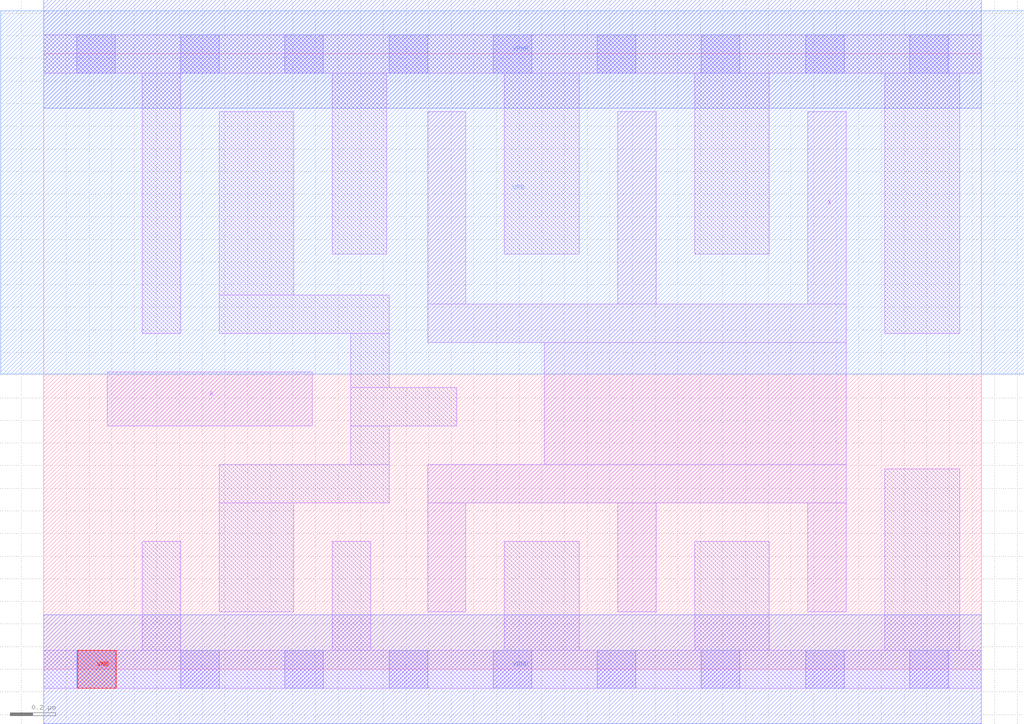
<source format=lef>
# Copyright 2020 The SkyWater PDK Authors
#
# Licensed under the Apache License, Version 2.0 (the "License");
# you may not use this file except in compliance with the License.
# You may obtain a copy of the License at
#
#     https://www.apache.org/licenses/LICENSE-2.0
#
# Unless required by applicable law or agreed to in writing, software
# distributed under the License is distributed on an "AS IS" BASIS,
# WITHOUT WARRANTIES OR CONDITIONS OF ANY KIND, either express or implied.
# See the License for the specific language governing permissions and
# limitations under the License.
#
# SPDX-License-Identifier: Apache-2.0

VERSION 5.7 ;
  NOWIREEXTENSIONATPIN ON ;
  DIVIDERCHAR "/" ;
  BUSBITCHARS "[]" ;
MACRO sky130_fd_sc_hd__buf_6
  CLASS CORE ;
  FOREIGN sky130_fd_sc_hd__buf_6 ;
  ORIGIN  0.000000  0.000000 ;
  SIZE  4.140000 BY  2.720000 ;
  SYMMETRY X Y R90 ;
  SITE unithd ;
  PIN A
    ANTENNAGATEAREA  0.495000 ;
    DIRECTION INPUT ;
    USE SIGNAL ;
    PORT
      LAYER li1 ;
        RECT 0.280000 1.075000 1.185000 1.315000 ;
    END
  END A
  PIN X
    ANTENNADIFFAREA  1.336500 ;
    DIRECTION OUTPUT ;
    USE SIGNAL ;
    PORT
      LAYER li1 ;
        RECT 1.695000 0.255000 1.865000 0.735000 ;
        RECT 1.695000 0.735000 3.545000 0.905000 ;
        RECT 1.695000 1.445000 3.545000 1.615000 ;
        RECT 1.695000 1.615000 1.865000 2.465000 ;
        RECT 2.210000 0.905000 3.545000 1.445000 ;
        RECT 2.535000 0.255000 2.705000 0.735000 ;
        RECT 2.535000 1.615000 2.705000 2.465000 ;
        RECT 3.375000 0.255000 3.545000 0.735000 ;
        RECT 3.375000 1.615000 3.545000 2.465000 ;
    END
  END X
  PIN VGND
    DIRECTION INOUT ;
    SHAPE ABUTMENT ;
    USE GROUND ;
    PORT
      LAYER met1 ;
        RECT 0.000000 -0.240000 4.140000 0.240000 ;
    END
  END VGND
  PIN VNB
    DIRECTION INOUT ;
    USE GROUND ;
    PORT
      LAYER pwell ;
        RECT 0.150000 -0.085000 0.320000 0.085000 ;
    END
  END VNB
  PIN VPB
    DIRECTION INOUT ;
    USE POWER ;
    PORT
      LAYER nwell ;
        RECT -0.190000 1.305000 4.330000 2.910000 ;
    END
  END VPB
  PIN VPWR
    DIRECTION INOUT ;
    SHAPE ABUTMENT ;
    USE POWER ;
    PORT
      LAYER met1 ;
        RECT 0.000000 2.480000 4.140000 2.960000 ;
    END
  END VPWR
  OBS
    LAYER li1 ;
      RECT 0.000000 -0.085000 4.140000 0.085000 ;
      RECT 0.000000  2.635000 4.140000 2.805000 ;
      RECT 0.435000  0.085000 0.605000 0.565000 ;
      RECT 0.435000  1.485000 0.605000 2.635000 ;
      RECT 0.775000  0.255000 1.105000 0.735000 ;
      RECT 0.775000  0.735000 1.525000 0.905000 ;
      RECT 0.775000  1.485000 1.525000 1.655000 ;
      RECT 0.775000  1.655000 1.105000 2.465000 ;
      RECT 1.275000  0.085000 1.445000 0.565000 ;
      RECT 1.275000  1.835000 1.515000 2.635000 ;
      RECT 1.355000  0.905000 1.525000 1.075000 ;
      RECT 1.355000  1.075000 1.825000 1.245000 ;
      RECT 1.355000  1.245000 1.525000 1.485000 ;
      RECT 2.035000  0.085000 2.365000 0.565000 ;
      RECT 2.035000  1.835000 2.365000 2.635000 ;
      RECT 2.875000  0.085000 3.205000 0.565000 ;
      RECT 2.875000  1.835000 3.205000 2.635000 ;
      RECT 3.715000  0.085000 4.045000 0.885000 ;
      RECT 3.715000  1.485000 4.045000 2.635000 ;
    LAYER mcon ;
      RECT 0.145000 -0.085000 0.315000 0.085000 ;
      RECT 0.145000  2.635000 0.315000 2.805000 ;
      RECT 0.605000 -0.085000 0.775000 0.085000 ;
      RECT 0.605000  2.635000 0.775000 2.805000 ;
      RECT 1.065000 -0.085000 1.235000 0.085000 ;
      RECT 1.065000  2.635000 1.235000 2.805000 ;
      RECT 1.525000 -0.085000 1.695000 0.085000 ;
      RECT 1.525000  2.635000 1.695000 2.805000 ;
      RECT 1.985000 -0.085000 2.155000 0.085000 ;
      RECT 1.985000  2.635000 2.155000 2.805000 ;
      RECT 2.445000 -0.085000 2.615000 0.085000 ;
      RECT 2.445000  2.635000 2.615000 2.805000 ;
      RECT 2.905000 -0.085000 3.075000 0.085000 ;
      RECT 2.905000  2.635000 3.075000 2.805000 ;
      RECT 3.365000 -0.085000 3.535000 0.085000 ;
      RECT 3.365000  2.635000 3.535000 2.805000 ;
      RECT 3.825000 -0.085000 3.995000 0.085000 ;
      RECT 3.825000  2.635000 3.995000 2.805000 ;
  END
END sky130_fd_sc_hd__buf_6
END LIBRARY

</source>
